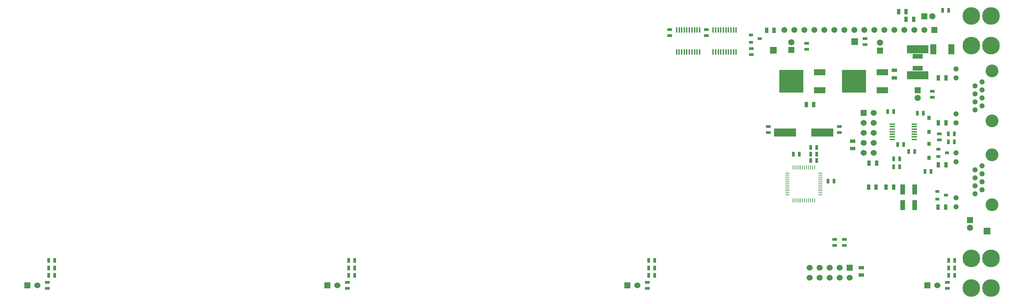
<source format=gts>
G04 #@! TF.FileFunction,Soldermask,Top*
%FSLAX46Y46*%
G04 Gerber Fmt 4.6, Leading zero omitted, Abs format (unit mm)*
G04 Created by KiCad (PCBNEW (2014-jul-16 BZR unknown)-product) date Qua 10 Dez 2014 20:37:25 BRST*
%MOMM*%
G01*
G04 APERTURE LIST*
%ADD10C,0.152400*%
%ADD11C,1.600000*%
%ADD12R,1.600000X1.600000*%
%ADD13R,1.143000X0.635000*%
%ADD14R,0.635000X1.143000*%
%ADD15C,4.500000*%
%ADD16R,1.500000X2.600000*%
%ADD17R,0.850900X1.016000*%
%ADD18R,1.524000X1.524000*%
%ADD19C,1.524000*%
%ADD20C,1.320800*%
%ADD21C,3.251200*%
%ADD22C,1.500000*%
%ADD23R,1.500000X1.500000*%
%ADD24R,1.000760X0.800100*%
%ADD25R,0.889000X1.397000*%
%ADD26R,1.397000X0.889000*%
%ADD27R,1.700000X1.700000*%
%ADD28R,0.269240X1.000760*%
%ADD29R,1.000760X0.269240*%
%ADD30R,6.197600X5.791200*%
%ADD31R,2.997200X1.600200*%
%ADD32R,0.419100X1.470660*%
%ADD33R,5.588000X2.108200*%
%ADD34R,1.270000X2.540000*%
%ADD35R,5.400000X2.000000*%
%ADD36R,2.540000X1.270000*%
%ADD37R,1.470660X0.419100*%
G04 APERTURE END LIST*
D10*
D11*
X227838000Y-23352000D03*
D12*
X227838000Y-21352000D03*
D13*
X231521000Y-21590000D03*
X231521000Y-23114000D03*
D11*
X218236800Y-9287000D03*
D12*
X218236800Y-11287000D03*
D13*
X214426800Y-9779000D03*
X214426800Y-8255000D03*
D11*
X195707000Y-9160000D03*
D12*
X195707000Y-11160000D03*
D13*
X199644000Y-10922000D03*
X199644000Y-9398000D03*
D14*
X227711000Y-27178000D03*
X229235000Y-27178000D03*
X200596500Y-37604700D03*
X202120500Y-37604700D03*
D13*
X207873600Y-30556200D03*
X207873600Y-32080200D03*
X189852300Y-30556200D03*
X189852300Y-32080200D03*
D14*
X197726300Y-37617400D03*
X196202300Y-37617400D03*
X205016100Y-44475400D03*
X206540100Y-44475400D03*
D13*
X174117000Y-7493000D03*
X174117000Y-5969000D03*
X164846000Y-7493000D03*
X164846000Y-5969000D03*
D11*
X231505000Y-2540000D03*
D12*
X229505000Y-2540000D03*
D14*
X234188000Y-1016000D03*
X235712000Y-1016000D03*
D15*
X246390800Y-2523800D03*
X246390800Y-10023800D03*
X241390800Y-2523800D03*
X241390800Y-10023800D03*
X246390800Y-64131500D03*
X246390800Y-71631500D03*
X241390800Y-64131500D03*
X241390800Y-71631500D03*
D16*
X236311000Y-10922000D03*
X231811000Y-10922000D03*
D17*
X230670100Y-35039300D03*
X230670100Y-38595300D03*
X230670100Y-31991300D03*
X230670100Y-28435300D03*
D18*
X230268780Y-70967600D03*
D19*
X232808780Y-70967600D03*
D18*
X154068780Y-70967600D03*
D19*
X156608780Y-70967600D03*
D18*
X77868780Y-70967600D03*
D19*
X80408780Y-70967600D03*
D18*
X1668780Y-70967600D03*
D19*
X4208780Y-70967600D03*
D20*
X237528100Y-15989300D03*
X237528100Y-18275300D03*
X237528100Y-27419300D03*
X237528100Y-29705300D03*
X242354100Y-26403300D03*
X242354100Y-24371300D03*
X242354100Y-22339300D03*
X242354100Y-20307300D03*
X244132100Y-23355300D03*
X244132100Y-21323300D03*
X244132100Y-25387300D03*
X244132100Y-19291300D03*
D21*
X246672100Y-16497300D03*
X246672100Y-29197300D03*
D20*
X237528100Y-37325300D03*
X237528100Y-39611300D03*
X237528100Y-48755300D03*
X237528100Y-51041300D03*
X242354100Y-47739300D03*
X242354100Y-45707300D03*
X242354100Y-43675300D03*
X242354100Y-41643300D03*
X244132100Y-44691300D03*
X244132100Y-42659300D03*
X244132100Y-46723300D03*
X244132100Y-40627300D03*
D21*
X246672100Y-37833300D03*
X246672100Y-50533300D03*
D22*
X196480000Y-6028000D03*
X193940000Y-6028000D03*
X206640000Y-6028000D03*
X204100000Y-6028000D03*
X201560000Y-6028000D03*
X214260000Y-6028000D03*
X211720000Y-6028000D03*
X209180000Y-6028000D03*
X224420000Y-6028000D03*
X221880000Y-6028000D03*
X219340000Y-6028000D03*
D23*
X232040000Y-6028000D03*
D22*
X229500000Y-6028000D03*
X199020000Y-6028000D03*
X226960000Y-6028000D03*
X216800000Y-6028000D03*
D18*
X210502500Y-66535300D03*
D19*
X210502500Y-69075300D03*
X207962500Y-66535300D03*
X207962500Y-69075300D03*
X205422500Y-66535300D03*
X205422500Y-69075300D03*
X202882500Y-66535300D03*
X202882500Y-69075300D03*
X200342500Y-66535300D03*
X200342500Y-69075300D03*
D24*
X235218820Y-37268000D03*
X233019180Y-38220500D03*
X233019180Y-36315500D03*
X235018820Y-48068000D03*
X232819180Y-49020500D03*
X232819180Y-47115500D03*
X187700920Y-8242300D03*
X185501280Y-9194800D03*
X185501280Y-7289800D03*
D14*
X229666800Y-42062400D03*
X231190800Y-42062400D03*
D25*
X233066500Y-40368000D03*
X234971500Y-40368000D03*
X232966500Y-51068000D03*
X234871500Y-51068000D03*
X233066500Y-18268000D03*
X234971500Y-18268000D03*
X233066500Y-29668000D03*
X234971500Y-29668000D03*
D13*
X235348780Y-70205600D03*
X235348780Y-71729600D03*
X159174180Y-70205600D03*
X159174180Y-71729600D03*
X82974180Y-70205600D03*
X82974180Y-71729600D03*
X6774180Y-70205600D03*
X6774180Y-71729600D03*
D14*
X235686600Y-64643000D03*
X237210600Y-64643000D03*
X235686600Y-66548000D03*
X237210600Y-66548000D03*
X235686600Y-68453000D03*
X237210600Y-68453000D03*
X161010600Y-64643000D03*
X159486600Y-64643000D03*
X161010600Y-66548000D03*
X159486600Y-66548000D03*
X161010600Y-68453000D03*
X159486600Y-68453000D03*
X84810600Y-64643000D03*
X83286600Y-64643000D03*
X84810600Y-66548000D03*
X83286600Y-66548000D03*
X84810600Y-68453000D03*
X83286600Y-68453000D03*
X8636000Y-64643000D03*
X7112000Y-64643000D03*
X8636000Y-66548000D03*
X7112000Y-66548000D03*
X8636000Y-68453000D03*
X7112000Y-68453000D03*
D25*
X199517000Y-25019000D03*
X201422000Y-25019000D03*
D13*
X233273600Y-32499300D03*
X233273600Y-34023300D03*
D14*
X227076000Y-36957000D03*
X225552000Y-36957000D03*
X223240600Y-38849300D03*
X221716600Y-38849300D03*
X220218000Y-26797000D03*
X221742000Y-26797000D03*
X223240600Y-40817800D03*
X221716600Y-40817800D03*
X202107800Y-35953700D03*
X200583800Y-35953700D03*
X202120500Y-39255700D03*
X200596500Y-39255700D03*
D25*
X224866500Y-3318000D03*
X226771500Y-3318000D03*
X222966500Y-1418000D03*
X224871500Y-1418000D03*
D13*
X185521600Y-12306300D03*
X185521600Y-10782300D03*
D25*
X189420500Y-6096000D03*
X191325500Y-6096000D03*
D26*
X221881700Y-16319500D03*
X221881700Y-18224500D03*
X213514940Y-66451480D03*
X213514940Y-68356480D03*
D13*
X209194400Y-59258200D03*
X209194400Y-60782200D03*
X206679800Y-59258200D03*
X206679800Y-60782200D03*
D27*
X191135000Y-11176000D03*
X211759800Y-9017000D03*
X245389400Y-57200800D03*
D28*
X196118480Y-49425860D03*
X201620120Y-41023540D03*
X201119740Y-41023540D03*
X200619360Y-41023540D03*
X200118980Y-41023540D03*
X199618600Y-41023540D03*
X199118220Y-41023540D03*
X198620380Y-41023540D03*
X198120000Y-41023540D03*
X197619620Y-41023540D03*
X197119240Y-41023540D03*
X196618860Y-41023540D03*
X196118480Y-41023540D03*
D29*
X194668140Y-42473880D03*
X194668140Y-42974260D03*
X194668140Y-43474640D03*
X194668140Y-43962320D03*
X194668140Y-44475400D03*
X194668140Y-44975780D03*
X194668140Y-45473620D03*
X194668140Y-45974000D03*
X194668140Y-46474380D03*
X194668140Y-46974760D03*
X194668140Y-47475140D03*
X194668140Y-47975520D03*
D28*
X196618860Y-49425860D03*
X197119240Y-49425860D03*
X197619620Y-49425860D03*
X198120000Y-49425860D03*
X198620380Y-49425860D03*
X199118220Y-49425860D03*
X199618600Y-49425860D03*
X200118980Y-49425860D03*
X200619360Y-49425860D03*
X201119740Y-49425860D03*
X201620120Y-49425860D03*
D29*
X203070460Y-47975520D03*
X203070460Y-47475140D03*
X203070460Y-46974760D03*
X203070460Y-46474380D03*
X203070460Y-45974000D03*
X203070460Y-45473620D03*
X203070460Y-44975780D03*
X203070460Y-44475400D03*
X203070460Y-43975020D03*
X203070460Y-43474640D03*
X203070460Y-42974260D03*
X203070460Y-42473880D03*
D30*
X211632800Y-19050000D03*
D31*
X218821000Y-21336000D03*
X218821000Y-16764000D03*
D30*
X195707000Y-19050000D03*
D31*
X202895200Y-21336000D03*
X202895200Y-16764000D03*
D32*
X178438280Y-11612880D03*
X179088520Y-11612880D03*
X179738760Y-11612880D03*
X180389000Y-11612880D03*
X176497720Y-6019800D03*
X176487560Y-11612880D03*
X177137800Y-11612880D03*
X177788040Y-11612880D03*
X181039240Y-6014720D03*
X180389000Y-6014720D03*
X179738760Y-6014720D03*
X179088520Y-6014720D03*
X178438280Y-6014720D03*
X177788040Y-6014720D03*
X181039240Y-11612880D03*
X177137800Y-6019800D03*
X175837320Y-11612880D03*
X181689480Y-11612880D03*
X181689480Y-6014720D03*
X175837320Y-6014720D03*
X169167280Y-11612880D03*
X169817520Y-11612880D03*
X170467760Y-11612880D03*
X171118000Y-11612880D03*
X167226720Y-6019800D03*
X167216560Y-11612880D03*
X167866800Y-11612880D03*
X168517040Y-11612880D03*
X171768240Y-6014720D03*
X171118000Y-6014720D03*
X170467760Y-6014720D03*
X169817520Y-6014720D03*
X169167280Y-6014720D03*
X168517040Y-6014720D03*
X171768240Y-11612880D03*
X167866800Y-6019800D03*
X166566320Y-11612880D03*
X172418480Y-11612880D03*
X172418480Y-6014720D03*
X166566320Y-6014720D03*
D33*
X194119500Y-32080200D03*
X203619100Y-32080200D03*
D18*
X214096600Y-27101800D03*
D19*
X216636600Y-27101800D03*
X214096600Y-29641800D03*
X216636600Y-29641800D03*
X214096600Y-32181800D03*
X216636600Y-32181800D03*
X214096600Y-34721800D03*
X216636600Y-34721800D03*
X214096600Y-37261800D03*
X216636600Y-37261800D03*
D26*
X211328000Y-34305240D03*
X211328000Y-36210240D03*
D25*
X215455500Y-39878000D03*
X217360500Y-39878000D03*
D11*
X241119000Y-56368000D03*
D12*
X241119000Y-54368000D03*
D14*
X222758000Y-35179000D03*
X224282000Y-35179000D03*
D34*
X227076000Y-46609000D03*
X224028000Y-46609000D03*
X227076000Y-50546000D03*
X224028000Y-50546000D03*
D14*
X237083600Y-32499300D03*
X235559600Y-32499300D03*
X237083600Y-34531300D03*
X235559600Y-34531300D03*
D25*
X221678500Y-45974000D03*
X219773500Y-45974000D03*
X217233500Y-45974000D03*
X215328500Y-45974000D03*
D35*
X227838000Y-10924000D03*
X227838000Y-17524000D03*
D36*
X227787200Y-12700000D03*
X227787200Y-15748000D03*
D37*
X221355920Y-29966920D03*
X221355920Y-30617160D03*
X221355920Y-31267400D03*
X221355920Y-31917640D03*
X221355920Y-32567880D03*
X221355920Y-33218120D03*
X221355920Y-33868360D03*
X226954080Y-33868360D03*
X226954080Y-33218120D03*
X226954080Y-32567880D03*
X226954080Y-31917640D03*
X226949000Y-31267400D03*
X226949000Y-30627320D03*
X226954080Y-29966920D03*
M02*

</source>
